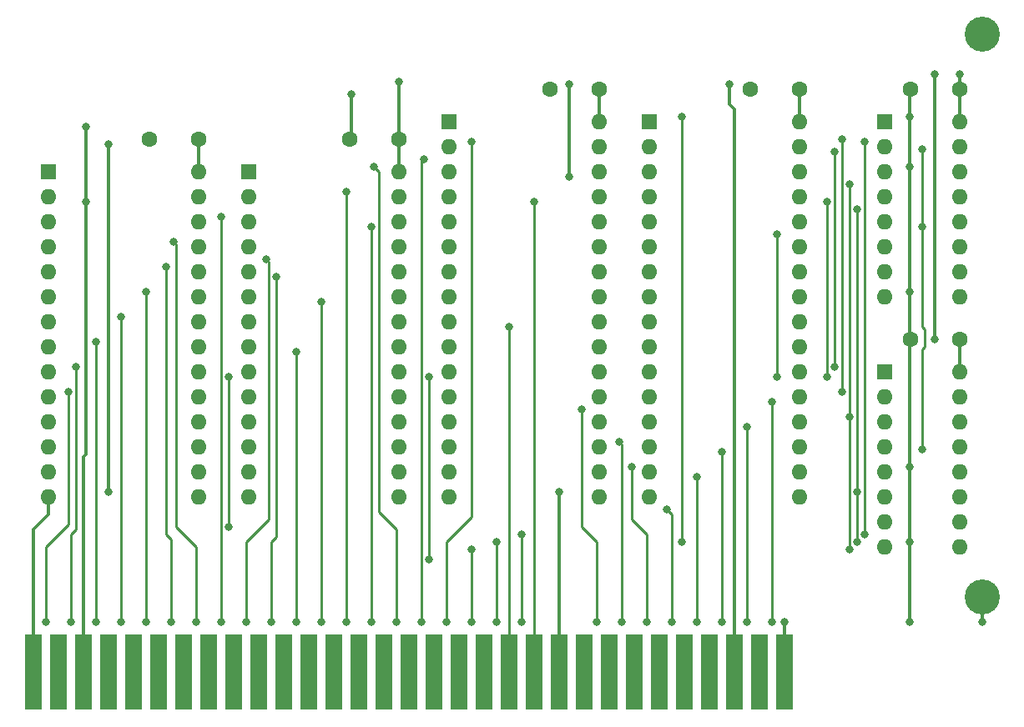
<source format=gbr>
G04 #@! TF.GenerationSoftware,KiCad,Pcbnew,(5.1.8)-1*
G04 #@! TF.CreationDate,2022-04-03T17:30:12-06:00*
G04 #@! TF.ProjectId,640k,3634306b-2e6b-4696-9361-645f70636258,rev?*
G04 #@! TF.SameCoordinates,Original*
G04 #@! TF.FileFunction,Copper,L2,Bot*
G04 #@! TF.FilePolarity,Positive*
%FSLAX46Y46*%
G04 Gerber Fmt 4.6, Leading zero omitted, Abs format (unit mm)*
G04 Created by KiCad (PCBNEW (5.1.8)-1) date 2022-04-03 17:30:12*
%MOMM*%
%LPD*%
G01*
G04 APERTURE LIST*
G04 #@! TA.AperFunction,ComponentPad*
%ADD10O,1.600000X1.600000*%
G04 #@! TD*
G04 #@! TA.AperFunction,ComponentPad*
%ADD11R,1.600000X1.600000*%
G04 #@! TD*
G04 #@! TA.AperFunction,ComponentPad*
%ADD12C,1.600000*%
G04 #@! TD*
G04 #@! TA.AperFunction,ConnectorPad*
%ADD13R,1.780000X7.620000*%
G04 #@! TD*
G04 #@! TA.AperFunction,ComponentPad*
%ADD14C,3.556000*%
G04 #@! TD*
G04 #@! TA.AperFunction,ViaPad*
%ADD15C,0.800000*%
G04 #@! TD*
G04 #@! TA.AperFunction,Conductor*
%ADD16C,0.330200*%
G04 #@! TD*
G04 #@! TA.AperFunction,Conductor*
%ADD17C,0.250000*%
G04 #@! TD*
G04 APERTURE END LIST*
D10*
G04 #@! TO.P,U3,32*
G04 #@! TO.N,/5+*
X142740380Y-73888600D03*
G04 #@! TO.P,U3,16*
G04 #@! TO.N,/GND*
X127500380Y-111988600D03*
G04 #@! TO.P,U3,31*
G04 #@! TO.N,/A15*
X142740380Y-76428600D03*
G04 #@! TO.P,U3,15*
G04 #@! TO.N,/D2*
X127500380Y-109448600D03*
G04 #@! TO.P,U3,30*
G04 #@! TO.N,/5+*
X142740380Y-78968600D03*
G04 #@! TO.P,U3,14*
G04 #@! TO.N,/D1*
X127500380Y-106908600D03*
G04 #@! TO.P,U3,29*
G04 #@! TO.N,/MWR*
X142740380Y-81508600D03*
G04 #@! TO.P,U3,13*
G04 #@! TO.N,/D0*
X127500380Y-104368600D03*
G04 #@! TO.P,U3,28*
G04 #@! TO.N,/A13*
X142740380Y-84048600D03*
G04 #@! TO.P,U3,12*
G04 #@! TO.N,/A0*
X127500380Y-101828600D03*
G04 #@! TO.P,U3,27*
G04 #@! TO.N,/A8*
X142740380Y-86588600D03*
G04 #@! TO.P,U3,11*
G04 #@! TO.N,/A1*
X127500380Y-99288600D03*
G04 #@! TO.P,U3,26*
G04 #@! TO.N,/A9*
X142740380Y-89128600D03*
G04 #@! TO.P,U3,10*
G04 #@! TO.N,/A2*
X127500380Y-96748600D03*
G04 #@! TO.P,U3,25*
G04 #@! TO.N,/A11*
X142740380Y-91668600D03*
G04 #@! TO.P,U3,9*
G04 #@! TO.N,/A3*
X127500380Y-94208600D03*
G04 #@! TO.P,U3,24*
G04 #@! TO.N,/MRD*
X142740380Y-94208600D03*
G04 #@! TO.P,U3,8*
G04 #@! TO.N,/A4*
X127500380Y-91668600D03*
G04 #@! TO.P,U3,23*
G04 #@! TO.N,/A10*
X142740380Y-96748600D03*
G04 #@! TO.P,U3,7*
G04 #@! TO.N,/A5*
X127500380Y-89128600D03*
G04 #@! TO.P,U3,22*
G04 #@! TO.N,/128K_CS*
X142740380Y-99288600D03*
G04 #@! TO.P,U3,6*
G04 #@! TO.N,/A6*
X127500380Y-86588600D03*
G04 #@! TO.P,U3,21*
G04 #@! TO.N,/D7*
X142740380Y-101828600D03*
G04 #@! TO.P,U3,5*
G04 #@! TO.N,/A7*
X127500380Y-84048600D03*
G04 #@! TO.P,U3,20*
G04 #@! TO.N,/D6*
X142740380Y-104368600D03*
G04 #@! TO.P,U3,4*
G04 #@! TO.N,/A12*
X127500380Y-81508600D03*
G04 #@! TO.P,U3,19*
G04 #@! TO.N,/D5*
X142740380Y-106908600D03*
G04 #@! TO.P,U3,3*
G04 #@! TO.N,/A14*
X127500380Y-78968600D03*
G04 #@! TO.P,U3,18*
G04 #@! TO.N,/D4*
X142740380Y-109448600D03*
G04 #@! TO.P,U3,2*
G04 #@! TO.N,/A16*
X127500380Y-76428600D03*
G04 #@! TO.P,U3,17*
G04 #@! TO.N,/D3*
X142740380Y-111988600D03*
D11*
G04 #@! TO.P,U3,1*
G04 #@! TO.N,Net-(U3-Pad1)*
X127500380Y-73888600D03*
G04 #@! TD*
D10*
G04 #@! TO.P,U4,32*
G04 #@! TO.N,/5+*
X163060380Y-73888600D03*
G04 #@! TO.P,U4,16*
G04 #@! TO.N,/GND*
X147820380Y-111988600D03*
G04 #@! TO.P,U4,31*
G04 #@! TO.N,/A15*
X163060380Y-76428600D03*
G04 #@! TO.P,U4,15*
G04 #@! TO.N,/D2*
X147820380Y-109448600D03*
G04 #@! TO.P,U4,30*
G04 #@! TO.N,/A17*
X163060380Y-78968600D03*
G04 #@! TO.P,U4,14*
G04 #@! TO.N,/D1*
X147820380Y-106908600D03*
G04 #@! TO.P,U4,29*
G04 #@! TO.N,/MWR*
X163060380Y-81508600D03*
G04 #@! TO.P,U4,13*
G04 #@! TO.N,/D0*
X147820380Y-104368600D03*
G04 #@! TO.P,U4,28*
G04 #@! TO.N,/A13*
X163060380Y-84048600D03*
G04 #@! TO.P,U4,12*
G04 #@! TO.N,/A0*
X147820380Y-101828600D03*
G04 #@! TO.P,U4,27*
G04 #@! TO.N,/A8*
X163060380Y-86588600D03*
G04 #@! TO.P,U4,11*
G04 #@! TO.N,/A1*
X147820380Y-99288600D03*
G04 #@! TO.P,U4,26*
G04 #@! TO.N,/A9*
X163060380Y-89128600D03*
G04 #@! TO.P,U4,10*
G04 #@! TO.N,/A2*
X147820380Y-96748600D03*
G04 #@! TO.P,U4,25*
G04 #@! TO.N,/A11*
X163060380Y-91668600D03*
G04 #@! TO.P,U4,9*
G04 #@! TO.N,/A3*
X147820380Y-94208600D03*
G04 #@! TO.P,U4,24*
G04 #@! TO.N,/MRD*
X163060380Y-94208600D03*
G04 #@! TO.P,U4,8*
G04 #@! TO.N,/A4*
X147820380Y-91668600D03*
G04 #@! TO.P,U4,23*
G04 #@! TO.N,/A10*
X163060380Y-96748600D03*
G04 #@! TO.P,U4,7*
G04 #@! TO.N,/A5*
X147820380Y-89128600D03*
G04 #@! TO.P,U4,22*
G04 #@! TO.N,/512K_CS*
X163060380Y-99288600D03*
G04 #@! TO.P,U4,6*
G04 #@! TO.N,/A6*
X147820380Y-86588600D03*
G04 #@! TO.P,U4,21*
G04 #@! TO.N,/D7*
X163060380Y-101828600D03*
G04 #@! TO.P,U4,5*
G04 #@! TO.N,/A7*
X147820380Y-84048600D03*
G04 #@! TO.P,U4,20*
G04 #@! TO.N,/D6*
X163060380Y-104368600D03*
G04 #@! TO.P,U4,4*
G04 #@! TO.N,/A12*
X147820380Y-81508600D03*
G04 #@! TO.P,U4,19*
G04 #@! TO.N,/D5*
X163060380Y-106908600D03*
G04 #@! TO.P,U4,3*
G04 #@! TO.N,/A14*
X147820380Y-78968600D03*
G04 #@! TO.P,U4,18*
G04 #@! TO.N,/D4*
X163060380Y-109448600D03*
G04 #@! TO.P,U4,2*
G04 #@! TO.N,/A16*
X147820380Y-76428600D03*
G04 #@! TO.P,U4,17*
G04 #@! TO.N,/D3*
X163060380Y-111988600D03*
D11*
G04 #@! TO.P,U4,1*
G04 #@! TO.N,/A18*
X147820380Y-73888600D03*
G04 #@! TD*
D10*
G04 #@! TO.P,U1,28*
G04 #@! TO.N,/5+*
X102100380Y-78968600D03*
G04 #@! TO.P,U1,14*
G04 #@! TO.N,/GND*
X86860380Y-111988600D03*
G04 #@! TO.P,U1,27*
G04 #@! TO.N,/5+*
X102100380Y-81508600D03*
G04 #@! TO.P,U1,13*
G04 #@! TO.N,/D2*
X86860380Y-109448600D03*
G04 #@! TO.P,U1,26*
G04 #@! TO.N,/A13*
X102100380Y-84048600D03*
G04 #@! TO.P,U1,12*
G04 #@! TO.N,/D1*
X86860380Y-106908600D03*
G04 #@! TO.P,U1,25*
G04 #@! TO.N,/A8*
X102100380Y-86588600D03*
G04 #@! TO.P,U1,11*
G04 #@! TO.N,/D0*
X86860380Y-104368600D03*
G04 #@! TO.P,U1,24*
G04 #@! TO.N,/A9*
X102100380Y-89128600D03*
G04 #@! TO.P,U1,10*
G04 #@! TO.N,/A0*
X86860380Y-101828600D03*
G04 #@! TO.P,U1,23*
G04 #@! TO.N,/A11*
X102100380Y-91668600D03*
G04 #@! TO.P,U1,9*
G04 #@! TO.N,/A1*
X86860380Y-99288600D03*
G04 #@! TO.P,U1,22*
G04 #@! TO.N,/MRD*
X102100380Y-94208600D03*
G04 #@! TO.P,U1,8*
G04 #@! TO.N,/A2*
X86860380Y-96748600D03*
G04 #@! TO.P,U1,21*
G04 #@! TO.N,/A10*
X102100380Y-96748600D03*
G04 #@! TO.P,U1,7*
G04 #@! TO.N,/A3*
X86860380Y-94208600D03*
G04 #@! TO.P,U1,20*
G04 #@! TO.N,/32K_ROM_CS*
X102100380Y-99288600D03*
G04 #@! TO.P,U1,6*
G04 #@! TO.N,/A4*
X86860380Y-91668600D03*
G04 #@! TO.P,U1,19*
G04 #@! TO.N,/D7*
X102100380Y-101828600D03*
G04 #@! TO.P,U1,5*
G04 #@! TO.N,/A5*
X86860380Y-89128600D03*
G04 #@! TO.P,U1,18*
G04 #@! TO.N,/D6*
X102100380Y-104368600D03*
G04 #@! TO.P,U1,4*
G04 #@! TO.N,/A6*
X86860380Y-86588600D03*
G04 #@! TO.P,U1,17*
G04 #@! TO.N,/D5*
X102100380Y-106908600D03*
G04 #@! TO.P,U1,3*
G04 #@! TO.N,/A7*
X86860380Y-84048600D03*
G04 #@! TO.P,U1,16*
G04 #@! TO.N,/D4*
X102100380Y-109448600D03*
G04 #@! TO.P,U1,2*
G04 #@! TO.N,/A12*
X86860380Y-81508600D03*
G04 #@! TO.P,U1,15*
G04 #@! TO.N,/D3*
X102100380Y-111988600D03*
D11*
G04 #@! TO.P,U1,1*
G04 #@! TO.N,/A14*
X86860380Y-78968600D03*
G04 #@! TD*
D10*
G04 #@! TO.P,U2,28*
G04 #@! TO.N,/5+*
X122420380Y-78968600D03*
G04 #@! TO.P,U2,14*
G04 #@! TO.N,/GND*
X107180380Y-111988600D03*
G04 #@! TO.P,U2,27*
G04 #@! TO.N,/MWR*
X122420380Y-81508600D03*
G04 #@! TO.P,U2,13*
G04 #@! TO.N,/D2*
X107180380Y-109448600D03*
G04 #@! TO.P,U2,26*
G04 #@! TO.N,/A13*
X122420380Y-84048600D03*
G04 #@! TO.P,U2,12*
G04 #@! TO.N,/D1*
X107180380Y-106908600D03*
G04 #@! TO.P,U2,25*
G04 #@! TO.N,/A8*
X122420380Y-86588600D03*
G04 #@! TO.P,U2,11*
G04 #@! TO.N,/D0*
X107180380Y-104368600D03*
G04 #@! TO.P,U2,24*
G04 #@! TO.N,/A9*
X122420380Y-89128600D03*
G04 #@! TO.P,U2,10*
G04 #@! TO.N,/A0*
X107180380Y-101828600D03*
G04 #@! TO.P,U2,23*
G04 #@! TO.N,/A11*
X122420380Y-91668600D03*
G04 #@! TO.P,U2,9*
G04 #@! TO.N,/A1*
X107180380Y-99288600D03*
G04 #@! TO.P,U2,22*
G04 #@! TO.N,/MRD*
X122420380Y-94208600D03*
G04 #@! TO.P,U2,8*
G04 #@! TO.N,/A2*
X107180380Y-96748600D03*
G04 #@! TO.P,U2,21*
G04 #@! TO.N,/A10*
X122420380Y-96748600D03*
G04 #@! TO.P,U2,7*
G04 #@! TO.N,/A3*
X107180380Y-94208600D03*
G04 #@! TO.P,U2,20*
G04 #@! TO.N,/32K_RAM_CS*
X122420380Y-99288600D03*
G04 #@! TO.P,U2,6*
G04 #@! TO.N,/A4*
X107180380Y-91668600D03*
G04 #@! TO.P,U2,19*
G04 #@! TO.N,/D7*
X122420380Y-101828600D03*
G04 #@! TO.P,U2,5*
G04 #@! TO.N,/A5*
X107180380Y-89128600D03*
G04 #@! TO.P,U2,18*
G04 #@! TO.N,/D6*
X122420380Y-104368600D03*
G04 #@! TO.P,U2,4*
G04 #@! TO.N,/A6*
X107180380Y-86588600D03*
G04 #@! TO.P,U2,17*
G04 #@! TO.N,/D5*
X122420380Y-106908600D03*
G04 #@! TO.P,U2,3*
G04 #@! TO.N,/A7*
X107180380Y-84048600D03*
G04 #@! TO.P,U2,16*
G04 #@! TO.N,/D4*
X122420380Y-109448600D03*
G04 #@! TO.P,U2,2*
G04 #@! TO.N,/A12*
X107180380Y-81508600D03*
G04 #@! TO.P,U2,15*
G04 #@! TO.N,/D3*
X122420380Y-111988600D03*
D11*
G04 #@! TO.P,U2,1*
G04 #@! TO.N,/A14*
X107180380Y-78968600D03*
G04 #@! TD*
D12*
G04 #@! TO.P,C6,2*
G04 #@! TO.N,/5+*
X179316380Y-95986600D03*
G04 #@! TO.P,C6,1*
G04 #@! TO.N,/GND*
X174316380Y-95986600D03*
G04 #@! TD*
G04 #@! TO.P,C3,2*
G04 #@! TO.N,/5+*
X142740380Y-70586600D03*
G04 #@! TO.P,C3,1*
G04 #@! TO.N,/GND*
X137740380Y-70586600D03*
G04 #@! TD*
G04 #@! TO.P,C2,2*
G04 #@! TO.N,/5+*
X122420380Y-75666600D03*
G04 #@! TO.P,C2,1*
G04 #@! TO.N,/GND*
X117420380Y-75666600D03*
G04 #@! TD*
G04 #@! TO.P,C1,2*
G04 #@! TO.N,/5+*
X102100380Y-75666600D03*
G04 #@! TO.P,C1,1*
G04 #@! TO.N,/GND*
X97100380Y-75666600D03*
G04 #@! TD*
D13*
G04 #@! TO.P,J9,31*
G04 #@! TO.N,/GND*
X85336380Y-129768600D03*
G04 #@! TO.P,J9,30*
G04 #@! TO.N,/OSC88*
X87876380Y-129768600D03*
G04 #@! TO.P,J9,29*
G04 #@! TO.N,/5+*
X90416380Y-129768600D03*
G04 #@! TO.P,J9,28*
G04 #@! TO.N,/ALE*
X92956380Y-129768600D03*
G04 #@! TO.P,J9,27*
G04 #@! TO.N,/TC*
X95496380Y-129768600D03*
G04 #@! TO.P,J9,26*
G04 #@! TO.N,/DACK2*
X98036380Y-129768600D03*
G04 #@! TO.P,J9,25*
G04 #@! TO.N,/IRQ3*
X100576380Y-129768600D03*
G04 #@! TO.P,J9,24*
G04 #@! TO.N,/IRQ4*
X103116380Y-129768600D03*
G04 #@! TO.P,J9,23*
G04 #@! TO.N,/IRQ5*
X105656380Y-129768600D03*
G04 #@! TO.P,J9,22*
G04 #@! TO.N,/IRQ6*
X108196380Y-129768600D03*
G04 #@! TO.P,J9,21*
G04 #@! TO.N,/IRQ7*
X110736380Y-129768600D03*
G04 #@! TO.P,J9,20*
G04 #@! TO.N,/CLK88*
X113276380Y-129768600D03*
G04 #@! TO.P,J9,19*
G04 #@! TO.N,/REFRQ*
X115816380Y-129768600D03*
G04 #@! TO.P,J9,18*
G04 #@! TO.N,/DRQ1*
X118356380Y-129768600D03*
G04 #@! TO.P,J9,17*
G04 #@! TO.N,/DACK1*
X120896380Y-129768600D03*
G04 #@! TO.P,J9,16*
G04 #@! TO.N,/DRQ3*
X123436380Y-129768600D03*
G04 #@! TO.P,J9,15*
G04 #@! TO.N,/DACK3*
X125976380Y-129768600D03*
G04 #@! TO.P,J9,14*
G04 #@! TO.N,/IORD*
X128516380Y-129768600D03*
G04 #@! TO.P,J9,13*
G04 #@! TO.N,/IOWR*
X131056380Y-129768600D03*
G04 #@! TO.P,J9,12*
G04 #@! TO.N,/MRD*
X133596380Y-129768600D03*
G04 #@! TO.P,J9,11*
G04 #@! TO.N,/MWR*
X136136380Y-129768600D03*
G04 #@! TO.P,J9,10*
G04 #@! TO.N,/GND*
X138676380Y-129768600D03*
G04 #@! TO.P,J9,9*
G04 #@! TO.N,/12+*
X141216380Y-129768600D03*
G04 #@! TO.P,J9,8*
G04 #@! TO.N,/NC*
X143756380Y-129768600D03*
G04 #@! TO.P,J9,7*
G04 #@! TO.N,/12-*
X146296380Y-129768600D03*
G04 #@! TO.P,J9,6*
G04 #@! TO.N,/DRQ2*
X148836380Y-129768600D03*
G04 #@! TO.P,J9,5*
G04 #@! TO.N,/5-*
X151376380Y-129768600D03*
G04 #@! TO.P,J9,4*
G04 #@! TO.N,/IRQ2*
X153916380Y-129768600D03*
G04 #@! TO.P,J9,3*
G04 #@! TO.N,/5+*
X156456380Y-129768600D03*
G04 #@! TO.P,J9,2*
G04 #@! TO.N,/RESOUT*
X158996380Y-129768600D03*
G04 #@! TO.P,J9,1*
G04 #@! TO.N,/GND*
X161536380Y-129768600D03*
G04 #@! TD*
D14*
G04 #@! TO.P,R,1*
G04 #@! TO.N,/GND*
X181602380Y-122148600D03*
G04 #@! TD*
G04 #@! TO.P,R,1*
G04 #@! TO.N,N/C*
X181602380Y-64998600D03*
G04 #@! TD*
D10*
G04 #@! TO.P,U6,16*
G04 #@! TO.N,/5+*
X179316380Y-99288600D03*
G04 #@! TO.P,U6,8*
G04 #@! TO.N,/GND*
X171696380Y-117068600D03*
G04 #@! TO.P,U6,15*
G04 #@! TO.N,Net-(U6-Pad15)*
X179316380Y-101828600D03*
G04 #@! TO.P,U6,7*
G04 #@! TO.N,/32K_ROM_CS*
X171696380Y-114528600D03*
G04 #@! TO.P,U6,14*
G04 #@! TO.N,Net-(U6-Pad14)*
X179316380Y-104368600D03*
G04 #@! TO.P,U6,6*
G04 #@! TO.N,/A18*
X171696380Y-111988600D03*
G04 #@! TO.P,U6,13*
G04 #@! TO.N,Net-(U6-Pad13)*
X179316380Y-106908600D03*
G04 #@! TO.P,U6,5*
G04 #@! TO.N,/GND*
X171696380Y-109448600D03*
G04 #@! TO.P,U6,12*
G04 #@! TO.N,Net-(U6-Pad12)*
X179316380Y-109448600D03*
G04 #@! TO.P,U6,4*
G04 #@! TO.N,/UPPER_512K*
X171696380Y-106908600D03*
G04 #@! TO.P,U6,11*
G04 #@! TO.N,Net-(U6-Pad11)*
X179316380Y-111988600D03*
G04 #@! TO.P,U6,3*
G04 #@! TO.N,/A17*
X171696380Y-104368600D03*
G04 #@! TO.P,U6,10*
G04 #@! TO.N,Net-(U6-Pad10)*
X179316380Y-114528600D03*
G04 #@! TO.P,U6,2*
G04 #@! TO.N,/A16*
X171696380Y-101828600D03*
G04 #@! TO.P,U6,9*
G04 #@! TO.N,/32K_RAM_CS*
X179316380Y-117068600D03*
D11*
G04 #@! TO.P,U6,1*
G04 #@! TO.N,/A15*
X171696380Y-99288600D03*
G04 #@! TD*
D10*
G04 #@! TO.P,U5,16*
G04 #@! TO.N,/5+*
X179316380Y-73888600D03*
G04 #@! TO.P,U5,8*
G04 #@! TO.N,/GND*
X171696380Y-91668600D03*
G04 #@! TO.P,U5,15*
G04 #@! TO.N,/UPPER_512K*
X179316380Y-76428600D03*
G04 #@! TO.P,U5,7*
G04 #@! TO.N,Net-(U5-Pad7)*
X171696380Y-89128600D03*
G04 #@! TO.P,U5,14*
G04 #@! TO.N,/A17*
X179316380Y-78968600D03*
G04 #@! TO.P,U5,6*
G04 #@! TO.N,Net-(U5-Pad6)*
X171696380Y-86588600D03*
G04 #@! TO.P,U5,13*
G04 #@! TO.N,/A18*
X179316380Y-81508600D03*
G04 #@! TO.P,U5,5*
G04 #@! TO.N,/UPPER_512K*
X171696380Y-84048600D03*
G04 #@! TO.P,U5,12*
G04 #@! TO.N,/128K_CS*
X179316380Y-84048600D03*
G04 #@! TO.P,U5,4*
G04 #@! TO.N,/512K_CS*
X171696380Y-81508600D03*
G04 #@! TO.P,U5,11*
G04 #@! TO.N,Net-(U5-Pad11)*
X179316380Y-86588600D03*
G04 #@! TO.P,U5,3*
G04 #@! TO.N,/GND*
X171696380Y-78968600D03*
G04 #@! TO.P,U5,10*
G04 #@! TO.N,Net-(U5-Pad10)*
X179316380Y-89128600D03*
G04 #@! TO.P,U5,2*
G04 #@! TO.N,/A19*
X171696380Y-76428600D03*
G04 #@! TO.P,U5,9*
G04 #@! TO.N,Net-(U5-Pad9)*
X179316380Y-91668600D03*
D11*
G04 #@! TO.P,U5,1*
G04 #@! TO.N,/GND*
X171696380Y-73888600D03*
G04 #@! TD*
D12*
G04 #@! TO.P,C5,2*
G04 #@! TO.N,/5+*
X179316380Y-70586600D03*
G04 #@! TO.P,C5,1*
G04 #@! TO.N,/GND*
X174316380Y-70586600D03*
G04 #@! TD*
G04 #@! TO.P,C4,2*
G04 #@! TO.N,/5+*
X163060380Y-70586600D03*
G04 #@! TO.P,C4,1*
G04 #@! TO.N,/GND*
X158060380Y-70586600D03*
G04 #@! TD*
D15*
G04 #@! TO.N,/5+*
X179316380Y-69062600D03*
X176776380Y-69062600D03*
X176776380Y-95986600D03*
X90670380Y-74396600D03*
X122420380Y-69824598D03*
X155948380Y-70078600D03*
X90670380Y-82016600D03*
X139692380Y-70078600D03*
X139692380Y-79476600D03*
G04 #@! TO.N,/GND*
X181602380Y-124688600D03*
X174236380Y-116560600D03*
X174236380Y-108940600D03*
X174236380Y-78460600D03*
X174236380Y-91160600D03*
X174236380Y-73380600D03*
X161536380Y-124688600D03*
X117594380Y-71094600D03*
X92956380Y-111480600D03*
X92956380Y-76174600D03*
X138676380Y-111480600D03*
X174236380Y-124688600D03*
G04 #@! TO.N,/D7*
X160266380Y-124688600D03*
X160266380Y-102336600D03*
G04 #@! TO.N,/D6*
X157726380Y-124688600D03*
X157726380Y-104876600D03*
G04 #@! TO.N,/D5*
X155186380Y-124688600D03*
X155186380Y-107416600D03*
G04 #@! TO.N,/D4*
X152646380Y-124688600D03*
X152646380Y-109956600D03*
G04 #@! TO.N,/D3*
X150106380Y-124688600D03*
X149598380Y-113258600D03*
G04 #@! TO.N,/D2*
X147566380Y-124688600D03*
X146042380Y-108940600D03*
G04 #@! TO.N,/D1*
X145026380Y-124688600D03*
X144772380Y-106400600D03*
G04 #@! TO.N,/D0*
X142486380Y-124688600D03*
X140962380Y-103098600D03*
G04 #@! TO.N,/A19*
X134866380Y-124688600D03*
X169664380Y-75920600D03*
X169664380Y-115798600D03*
X134866380Y-115798600D03*
G04 #@! TO.N,/A18*
X132326380Y-124688600D03*
X168902380Y-82778600D03*
X168902380Y-116560600D03*
X132326380Y-116560600D03*
X168902380Y-111480600D03*
X151122380Y-116560600D03*
X151122380Y-73380600D03*
G04 #@! TO.N,/A17*
X129786380Y-124688600D03*
X168140380Y-80238600D03*
X168140380Y-103860600D03*
X168140380Y-117322600D03*
X129786380Y-117322600D03*
G04 #@! TO.N,/A16*
X127246380Y-124688600D03*
X129786380Y-75920600D03*
X167378380Y-75666600D03*
X167378380Y-101320600D03*
G04 #@! TO.N,/A15*
X124706380Y-124688600D03*
X124960380Y-77698600D03*
X166616380Y-76936600D03*
X166616380Y-98780600D03*
G04 #@! TO.N,/A14*
X122166380Y-124688600D03*
X119880380Y-78460600D03*
G04 #@! TO.N,/A13*
X119626380Y-124688600D03*
X119626380Y-84556600D03*
G04 #@! TO.N,/A12*
X117086380Y-124688600D03*
X117086380Y-81000600D03*
G04 #@! TO.N,/A11*
X114546380Y-124688600D03*
X114546380Y-92176600D03*
G04 #@! TO.N,/A10*
X112006380Y-124688600D03*
X112006380Y-97256600D03*
G04 #@! TO.N,/A9*
X109466380Y-124688600D03*
X109974380Y-89636600D03*
G04 #@! TO.N,/A8*
X106926380Y-124688600D03*
X108958380Y-87858600D03*
G04 #@! TO.N,/A7*
X104386380Y-124688600D03*
X104386380Y-83540600D03*
G04 #@! TO.N,/A6*
X101846380Y-124688600D03*
X99560380Y-86080600D03*
G04 #@! TO.N,/A5*
X99306380Y-124688600D03*
X98798380Y-88620600D03*
G04 #@! TO.N,/A4*
X96766380Y-124688600D03*
X96766380Y-91160600D03*
G04 #@! TO.N,/A3*
X94226380Y-124688600D03*
X94226380Y-93700600D03*
G04 #@! TO.N,/A2*
X91686380Y-124688600D03*
X91686380Y-96240600D03*
G04 #@! TO.N,/A1*
X89146380Y-124688600D03*
X89654380Y-98780600D03*
G04 #@! TO.N,/A0*
X86606380Y-124688600D03*
X88892380Y-101320600D03*
G04 #@! TO.N,/MWR*
X136136380Y-82016600D03*
G04 #@! TO.N,/MRD*
X133596380Y-94716600D03*
G04 #@! TO.N,/32K_RAM_CS*
X125468380Y-99796600D03*
X125468380Y-118338600D03*
G04 #@! TO.N,/32K_ROM_CS*
X105148380Y-115036600D03*
X105148380Y-99796600D03*
G04 #@! TO.N,/512K_CS*
X165854380Y-99796600D03*
X165854380Y-82016600D03*
G04 #@! TO.N,/UPPER_512K*
X175506380Y-84556600D03*
X175506380Y-107162600D03*
X175506380Y-76682600D03*
G04 #@! TO.N,/128K_CS*
X160774380Y-99796600D03*
X160774380Y-85318600D03*
G04 #@! TD*
D16*
G04 #@! TO.N,/5+*
X179316380Y-69062600D02*
X179316380Y-70586600D01*
X179316380Y-70586600D02*
X179316380Y-73888600D01*
X176776380Y-69062600D02*
X176776380Y-95986600D01*
X179316380Y-95986600D02*
X179316380Y-99288600D01*
X90416380Y-129768600D02*
X90416380Y-107924600D01*
X90416380Y-107924600D02*
X90670380Y-107670600D01*
X90670380Y-107670600D02*
X90670380Y-74396600D01*
X122420380Y-78968600D02*
X122420380Y-75666600D01*
X122420380Y-75666600D02*
X122420380Y-69824598D01*
X156456380Y-72618600D02*
X155948380Y-72110600D01*
X155948380Y-72110600D02*
X155948380Y-70078600D01*
X156456380Y-129768600D02*
X156456380Y-72618600D01*
X102100380Y-75666600D02*
X102100380Y-78968600D01*
X142740380Y-70586600D02*
X142740380Y-73918600D01*
X163060380Y-70586600D02*
X163060380Y-73918600D01*
X139692380Y-70078600D02*
X139692380Y-79476600D01*
G04 #@! TO.N,/GND*
X181602380Y-124688600D02*
X181602380Y-122148600D01*
X174236380Y-96066600D02*
X174236380Y-108940600D01*
X174316380Y-95986600D02*
X174236380Y-96066600D01*
X174236380Y-108940600D02*
X174236380Y-116560600D01*
X174236380Y-95906600D02*
X174316380Y-95986600D01*
X174236380Y-70666600D02*
X174236380Y-73380600D01*
X174316380Y-70586600D02*
X174236380Y-70666600D01*
X174236380Y-78460600D02*
X174236380Y-91160600D01*
X174236380Y-91160600D02*
X174236380Y-95906600D01*
X174236380Y-73380600D02*
X174236380Y-78460600D01*
X138676380Y-129768600D02*
X138676380Y-127482600D01*
X138676380Y-127482600D02*
X139184380Y-126974600D01*
X161536380Y-129768600D02*
X161536380Y-124688600D01*
X117594380Y-75492600D02*
X117420380Y-75666600D01*
X117594380Y-71094600D02*
X117594380Y-75492600D01*
X92956380Y-111480600D02*
X92956380Y-76174600D01*
X85336380Y-129768600D02*
X85336380Y-115290600D01*
X86860380Y-113766600D02*
X86860380Y-111988600D01*
X85336380Y-115290600D02*
X86860380Y-113766600D01*
X138676380Y-129768600D02*
X138676380Y-111480600D01*
X174236380Y-116560600D02*
X174236380Y-124688600D01*
D17*
G04 #@! TO.N,/D7*
X160266380Y-124688600D02*
X160266380Y-102336600D01*
G04 #@! TO.N,/D6*
X157726380Y-124688600D02*
X157726380Y-104876600D01*
G04 #@! TO.N,/D5*
X155186380Y-124688600D02*
X155186380Y-107416600D01*
G04 #@! TO.N,/D4*
X152646380Y-124688600D02*
X152646380Y-109956600D01*
G04 #@! TO.N,/D3*
X150106380Y-124688600D02*
X150106380Y-113766600D01*
X150106380Y-113766600D02*
X149598380Y-113258600D01*
G04 #@! TO.N,/D2*
X147566380Y-124688600D02*
X147566380Y-115798600D01*
X147566380Y-115798600D02*
X146042380Y-114274600D01*
X146042380Y-114274600D02*
X146042380Y-108940600D01*
G04 #@! TO.N,/D1*
X145026380Y-124688600D02*
X145026380Y-106654600D01*
X145026380Y-106654600D02*
X144772380Y-106400600D01*
G04 #@! TO.N,/D0*
X142486380Y-124688600D02*
X142486380Y-116560600D01*
X142486380Y-116560600D02*
X140962380Y-115036600D01*
X140962380Y-115036600D02*
X140962380Y-103098600D01*
G04 #@! TO.N,/A19*
X169664380Y-115798600D02*
X169664380Y-75920600D01*
X134866380Y-115798600D02*
X134866380Y-124688600D01*
G04 #@! TO.N,/A18*
X168902380Y-82778600D02*
X168902380Y-116560600D01*
X151122380Y-116560600D02*
X151122380Y-73380600D01*
X132326380Y-116560600D02*
X132326380Y-124688600D01*
G04 #@! TO.N,/A17*
X168140380Y-80238600D02*
X168140380Y-103860600D01*
X168140380Y-103860600D02*
X168140380Y-117322600D01*
X129786380Y-124688600D02*
X129786380Y-117322600D01*
G04 #@! TO.N,/A16*
X127246380Y-124688600D02*
X127246380Y-116560600D01*
X127246380Y-116560600D02*
X129786380Y-114020600D01*
X129786380Y-114020600D02*
X129786380Y-75920600D01*
X167378380Y-75666600D02*
X167378380Y-101320600D01*
G04 #@! TO.N,/A15*
X124706380Y-124688600D02*
X124706380Y-77952600D01*
X124706380Y-77952600D02*
X124960380Y-77698600D01*
X166616380Y-76936600D02*
X166616380Y-98780600D01*
G04 #@! TO.N,/A14*
X122166380Y-124688600D02*
X122166380Y-115290600D01*
X122166380Y-115290600D02*
X120388380Y-113512600D01*
X120388380Y-113512600D02*
X120388380Y-78968600D01*
X120388380Y-78968600D02*
X119880380Y-78460600D01*
G04 #@! TO.N,/A13*
X119626380Y-124688600D02*
X119626380Y-84556600D01*
G04 #@! TO.N,/A12*
X117086380Y-124688600D02*
X117086380Y-81000600D01*
G04 #@! TO.N,/A11*
X114546380Y-124688600D02*
X114546380Y-92176600D01*
G04 #@! TO.N,/A10*
X112006380Y-124688600D02*
X112006380Y-97256600D01*
G04 #@! TO.N,/A9*
X109466380Y-124688600D02*
X109466380Y-116560600D01*
X109466380Y-116560600D02*
X109974380Y-116052600D01*
X109974380Y-116052600D02*
X109974380Y-89636600D01*
G04 #@! TO.N,/A8*
X106926380Y-124688600D02*
X106926380Y-116560600D01*
X106926380Y-116560600D02*
X109212380Y-114274600D01*
X109212380Y-114274600D02*
X109212380Y-88112600D01*
X109212380Y-88112600D02*
X108958380Y-87858600D01*
G04 #@! TO.N,/A7*
X104386380Y-124688600D02*
X104386380Y-83540600D01*
G04 #@! TO.N,/A6*
X101846380Y-124688600D02*
X101846380Y-117068600D01*
X101846380Y-117068600D02*
X99814380Y-115036600D01*
X99814380Y-115036600D02*
X99814380Y-86334600D01*
X99814380Y-86334600D02*
X99560380Y-86080600D01*
G04 #@! TO.N,/A5*
X99306380Y-124688600D02*
X99306380Y-116306600D01*
X99306380Y-116306600D02*
X98798380Y-115798600D01*
X98798380Y-115798600D02*
X98798380Y-88620600D01*
G04 #@! TO.N,/A4*
X96766380Y-124688600D02*
X96766380Y-91160600D01*
G04 #@! TO.N,/A3*
X94226380Y-124688600D02*
X94226380Y-93700600D01*
G04 #@! TO.N,/A2*
X91686380Y-124688600D02*
X91686380Y-96240600D01*
G04 #@! TO.N,/A1*
X89146380Y-124688600D02*
X89146380Y-115798600D01*
X89146380Y-115798600D02*
X89654380Y-115290600D01*
X89654380Y-115290600D02*
X89654380Y-98780600D01*
G04 #@! TO.N,/A0*
X86606380Y-124688600D02*
X86606380Y-117068600D01*
X86606380Y-117068600D02*
X88892380Y-114782600D01*
X88892380Y-114782600D02*
X88892380Y-101320600D01*
G04 #@! TO.N,/MWR*
X136136380Y-129768600D02*
X136136380Y-82016600D01*
G04 #@! TO.N,/MRD*
X133596380Y-129768600D02*
X133596380Y-94716600D01*
G04 #@! TO.N,/32K_RAM_CS*
X125468380Y-99796600D02*
X125468380Y-118338600D01*
G04 #@! TO.N,/32K_ROM_CS*
X105148380Y-115036600D02*
X105148380Y-99796600D01*
G04 #@! TO.N,/512K_CS*
X165854380Y-82016600D02*
X165854380Y-99796600D01*
G04 #@! TO.N,/UPPER_512K*
X175506380Y-97002600D02*
X175506380Y-107162600D01*
X175760380Y-96748600D02*
X175506380Y-97002600D01*
X175760380Y-94970600D02*
X175760380Y-96748600D01*
X175506380Y-94716600D02*
X175760380Y-94970600D01*
X175506380Y-84556600D02*
X175506380Y-94716600D01*
X175506380Y-84556600D02*
X175506380Y-76682600D01*
G04 #@! TO.N,/128K_CS*
X160774380Y-99796600D02*
X160774380Y-85318600D01*
G04 #@! TD*
M02*

</source>
